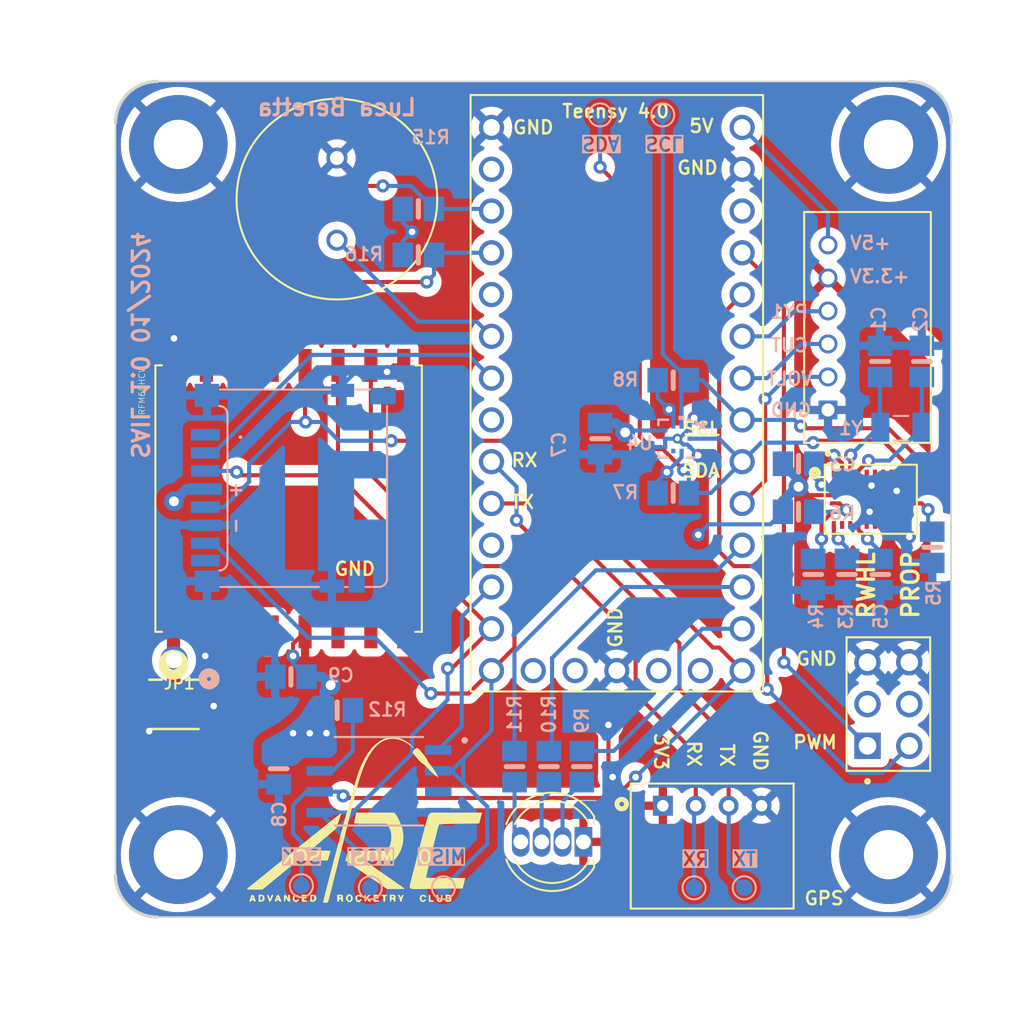
<source format=kicad_pcb>
(kicad_pcb (version 20221018) (generator pcbnew)
  (layers (0 "F.Cu" signal) (31 "B.Cu" signal) (34 "B.Paste" user) (35 "F.Paste" user) (36 "B.SilkS" user "B.Silkscreen") (37 "F.SilkS" user "F.Silkscreen") (38 "B.Mask" user) (39 "F.Mask" user) (44 "Edge.Cuts" user))
  (net 0 "")
  (net 1 "/BUZZER")
  (net 3 "Net-(U2-XIN32)")
  (net 4 "+3.3V")
  (net 5 "Net-(U2-XOUT32)")
  (net 6 "/SDA")
  (net 7 "Net-(U1-ANT)")
  (net 8 "/SCL")
  (net 9 "/MISO")
  (net 10 "/MOSI")
  (net 11 "/SCK")
  (net 12 "/PY1")
  (net 13 "/LEDRED")
  (net 14 "/LEDBLU")
  (net 15 "/LEDGRN")
  (net 16 "/VOLTAGE")
  (net 17 "Net-(U2-CAP)")
  (net 18 "/FLASH-CS")
  (net 19 "/RADIO_RST")
  (net 20 "/RADIO-CS")
  (net 21 "/TX")
  (net 22 "/RX")
  (net 24 "Net-(D1-RED)")
  (net 25 "Net-(D1-BLU)")
  (net 26 "Net-(D1-GRN)")
  (net 28 "Net-(U2-PS0)")
  (net 29 "Net-(U2-PS1)")
  (net 30 "Net-(U2-COM3{slash}I2C_ADDR)")
  (net 31 "Net-(U2-NBOOT_LOAD_PIN)")
  (net 32 "Net-(U5-HOLD(IO3))")
  (net 33 "/RWHEEL_IN")
  (net 34 "/PROP_IN")
  (net 46 "/SD-CS")
  (net 55 "GND")
  (net 56 "+5V")
  (net 57 "/PYROCUT")
  (footprint "CustomFootprintLib:RFMHCW_SMT" (layer "F.Cu") (at 88.378 56.983874 -90)
    (fp_text reference "U1" hide)
    (fp_text value "RFM69HCW")
  )
  (footprint "CustomFootprintLib:MODULE_DEV-15583" (layer "F.Cu") (at 108.332 50.928274)
    (fp_text reference "U6" hide)
    (fp_text value "DEV-15583" hide)
  )
  (footprint "CustomFootprintLib:1X01_ROUND" (layer "F.Cu") (at 81.407 66.802 180)
    (fp_text reference "JP1")
    (fp_text value "HEADER-1X1ROUND")
  )
  (footprint "MountingHole:MountingHole_3mm_Pad" (layer "F.Cu") (at 81.672 35.449274)
    (fp_text reference "H1" hide)
    (fp_text value "MountingHole_Pad")
  )
  (footprint "CustomFootprintLib:TE_440055-6_6POS_2MM" (layer "F.Cu") (at 121.172 51.593274 90)
    (fp_text reference "J3" hide)
    (fp_text value "440055-6_6POS_2MM")
  )
  (footprint "CustomFootprintLib:SULLINS_PPPC032LFBN-RC_2x3_header" (layer "F.Cu") (at 124.842 69.474274 -90)
    (fp_text reference "J2" hide)
    (fp_text value "PPPC032LFBN-RC" hide)
  )
  (footprint "CustomFootprintLib:LED_D5.0mm-4_RGB" (layer "F.Cu") (at 106.3 77.852274 180)
    (fp_text reference "D1" hide)
    (fp_text value "TRI-COLOR LED" hide)
  )
  (footprint "MountingHole:MountingHole_3mm_Pad" (layer "F.Cu") (at 124.852 78.629274)
    (fp_text reference "H4" hide)
    (fp_text value "MountingHole_Pad")
  )
  (footprint "MountingHole:MountingHole_3mm_Pad" (layer "F.Cu") (at 81.672 78.629274)
    (fp_text reference "H3" hide)
    (fp_text value "MountingHole_Pad")
  )
  (footprint "CustomFootprintLib:BUZZER_XDCR_PS1240P02BT" (layer "F.Cu") (at 91.314 38.776274 90)
    (fp_text reference "BZ1" hide)
    (fp_text value "PS1240P02BT" hide)
  )
  (footprint "CustomFootprintLib:JST_S4B-PH-K-S_LF__SN_" (layer "F.Cu") (at 114.131 75.656274)
    (fp_text reference "J4" hide)
    (fp_text value "S4B-PH-K-S" hide)
  )
  (footprint "CustomFootprintLib:CONN1_UFL-R_HIR" (layer "F.Cu") (at 81.407 69.088 180)
    (fp_text reference "J5" hide)
    (fp_text value "U.FL-R-SMT-1_10_" hide)
  )
  (footprint "CustomFootprintLib:BNO055_SMT" (layer "F.Cu") (at 123.77375 57.024274)
    (fp_text reference "U2" hide)
    (fp_text value "BNO055_SMT")
  )
  (footprint "MountingHole:MountingHole_3mm_Pad" (layer "F.Cu") (at 124.852 35.449274)
    (fp_text reference "H2" hide)
    (fp_text value "MountingHole_Pad" hide)
  )
  (footprint "Graphics:ARC_logo_black_15mm" (layer "F.Cu") (at 92.838 77.090274)
    (fp_text reference "G***" hide)
    (fp_text value "LOGO" hide)
  )
  (footprint "CustomFootprintLib:0805-NO-Resistor" (layer "B.Cu") (at 111.762 56.644548 180)
    (fp_text reference "R7")
    (fp_text value "10k" hide)
  )
  (footprint "CustomFootprintLib:0805-NO-Resistor" (layer "B.Cu") (at 96.266 42.164)
    (fp_text reference "R16")
    (fp_text value "10k")
  )
  (footprint "CustomFootprintLib:0805-NO (Capacitor)" (layer "B.Cu") (at 88.519 67.818)
    (fp_text reference "C9")
    (fp_text value "10 uF")
  )
  (footprint "CustomFootprintLib:W25Q64JVSSIQ" (layer "B.Cu") (at 93.869 74.168 180)
    (fp_text reference "U5" hide)
    (fp_text value "~" hide)
  )
  (footprint "CustomFootprintLib:0805-NO-Resistor" (layer "B.Cu") (at 127.508 59.944 90)
    (fp_text reference "R5")
    (fp_text value "10k" hide)
  )
  (footprint "CustomFootprintLib:MICROSD-HRS_DM3D" (layer "B.Cu") (at 94.362 55.754274 90)
    (fp_text reference "U3" hide)
    (fp_text value "MICROSD-HRS_DM3D" hide)
  )
  (footprint "CustomFootprintLib:0805-NO (Capacitor)" (layer "B.Cu") (at 87.773 73.406 -90)
    (fp_text reference "C8")
    (fp_text value "22 pF" hide)
  )
  (footprint "CustomFootprintLib:0805-NO-Resistor" (layer "B.Cu") (at 102.114 73.276548 -90)
    (fp_text reference "R11")
    (fp_text value "1")
  )
  (footprint "TestPoint:TestPoint_Pad_D1.0mm" (layer "B.Cu") (at 116.08 80.645 -90)
    (fp_text reference "TP4" hide)
    (fp_text value "TestPoint" hide)
  )
  (footprint "CustomFootprintLib:LGA10_BMP390_BOS" (layer "B.Cu") (at 112.016 53.342548 180)
    (fp_text reference "U4")
    (fp_text value "BMP390" hide)
  )
  (footprint "TestPoint:TestPoint_Pad_D1.0mm" (layer "B.Cu") (at 93.345 80.645 180)
    (fp_text reference "TP5" hide)
    (fp_text value "TestPoint" hide)
  )
  (footprint "TestPoint:TestPoint_Pad_D1.0mm" (layer "B.Cu") (at 107.315 33.655 180)
    (fp_text reference "TP1" hide)
    (fp_text value "TestPoint" hide)
  )
  (footprint "CustomFootprintLib:0805-NO-Resistor" (layer "B.Cu") (at 91.329 69.85 180)
    (fp_text reference "R12")
    (fp_text value "470" hide)
  )
  (footprint "CustomFootprintLib:0805-NO-Resistor" (layer "B.Cu") (at 120.269 61.595 90)
    (fp_text reference "R4")
    (fp_text value "10k" hide)
  )
  (footprint "CustomFootprintLib:0805-NO-Resistor" (layer "B.Cu") (at 106.202 73.276548 -90)
    (fp_text reference "R9")
    (fp_text value "40" hide)
  )
  (footprint "CustomFootprintLib:0805-NO-Resistor" (layer "B.Cu") (at 122.3245 61.595 90)
    (fp_text reference "R3")
    (fp_text value "10k" hide)
  )
  (footprint "CustomFootprintLib:0805-NO-Resistor" (layer "B.Cu") (at 111.762 49.786548 180)
    (fp_text reference "R8")
    (fp_text value "10k" hide)
  )
  (footprint "CustomFootprintLib:0805-NO-Resistor" (layer "B.Cu") (at 104.202 73.276548 -90)
    (fp_text reference "R10")
    (fp_text value "1" hide)
  )
  (footprint "TestPoint:TestPoint_Pad_D1.0mm" (layer "B.Cu") (at 89.154 80.518 180)
    (fp_text reference "TP7" hide)
    (fp_text value "TestPoint" hide)
  )
  (footprint "CustomFootprintLib:0805-NO-Resistor" (layer "B.Cu") (at 96.266 39.37)
    (fp_text reference "R15" hide)
    (fp_text value "10k")
  )
  (footprint "CustomFootprintLib:0805-NO (Capacitor)" (layer "B.Cu") (at 124.334 48.642274 -90)
    (fp_text reference "C1")
    (fp_text value "22 pF")
  )
  (footprint "TestPoint:TestPoint_Pad_D1.0mm" (layer "B.Cu") (at 111.125 33.655 180)
    (fp_text reference "TP2" hide)
    (fp_text value "TestPoint" hide)
  )
  (footprint "TestPoint:TestPoint_Pad_D1.0mm" (layer "B.Cu") (at 97.79 80.645 180)
    (fp_text reference "TP6" hide)
    (fp_text value "TestPoint" hide)
  )
  (footprint "CustomFootprintLib:0805-NO-Resistor" (layer "B.Cu") (at 119.38 57.785)
    (fp_text reference "R6")
    (fp_text value "10k")
  )
  (footprint "CustomFootprintLib:CRYSTAL_ECS-.327-12.5-34B-TR" (layer "B.Cu") (at 125.604 52.706274 180)
    (fp_text reference "Y1")
    (fp_text value "CRYSTAL_32.768kHz" hide)
  )
  (footprint "CustomFootprintLib:0805-NO (Capacitor)" (layer "B.Cu") (at 126.874 48.642274 -90)
    (fp_text reference "C2")
    (fp_text value "22 pF" hide)
  )
  (footprint "TestPoint:TestPoint_Pad_D1.0mm" (layer "B.Cu") (at 113.03 80.645 -90)
    (fp_text reference "TP3" hide)
    (fp_text value "TestPoint" hide)
  )
  (footprint "CustomFootprintLib:0805-NO (Capacitor)" (layer "B.Cu") (at 107.315 53.34 -90)
    (fp_text reference "C7")
    (fp_text value "100 nF" hide)
  )
  (footprint "CustomFootprintLib:0805-NO (Capacitor)" (layer "B.Cu") (at 124.3565 61.595 90)
    (fp_text reference "C5")
    (fp_text value "1 uF" hide)
  )
  (footprint "CustomFootprintLib:0805-NO (Capacitor)" (layer "B.Cu") (at 119.38 54.864 180)
    (fp_text reference "C3")
    (fp_text value "0.1 uF" hide)
  )
  (gr_arc (start 80.392 82.424274) (mid 78.595949 81.680325) (end 77.852 79.884274) (stroke (width 0.2)) (layer "Edge.Cuts"))
  (gr_line (start 128.652 79.884274) (end 128.652 34.164274) (stroke (width 0.1)) (layer "Edge.Cuts"))
  (gr_line (start 80.392 82.424274) (end 126.112 82.424274) (stroke (width 0.1)) (layer "Edge.Cuts"))
  (gr_arc (start 126.112 31.624274) (mid 127.908051 32.368223) (end 128.652 34.164274) (stroke (width 0.2)) (layer "Edge.Cuts"))
  (gr_line (start 126.112 31.624274) (end 80.392 31.624274) (stroke (width 0.1)) (layer "Edge.Cuts"))
  (gr_arc (start 77.852 34.164274) (mid 78.595949 32.368223) (end 80.392 31.624274) (stroke (width 0.2)) (layer "Edge.Cuts"))
  (gr_line (start 77.852 34.164274) (end 77.852 79.884274) (stroke (width 0.1)) (layer "Edge.Cuts"))
  (gr_arc (start 128.652 79.884274) (mid 127.908051 81.680325) (end 126.112 82.424274) (stroke (width 0.2)) (layer "Edge.Cuts"))
  (gr_text "SCL" (at 112.395 34.925 180) (layer "B.SilkS" knockout) (effects (font (size 0.8 0.8) (thickness 0.15) bold) (justify right bottom mirror)))
  (gr_text "MISO" (at 96.139 79.248) (layer "B.SilkS" knockout) (effects (font (size 0.8 0.8) (thickness 0.15) bold) (justify right bottom mirror)))
  (gr_text "RX" (at 112.268 79.375) (layer "B.SilkS" knockout) (effects (font (size 0.8 0.8) (thickness 0.15) bold) (justify right bottom mirror)))
  (gr_text "SDA" (at 108.585 34.925 180) (layer "B.SilkS" knockout) (effects (font (size 0.8 0.8) (thickness 0.15) bold) (justify right bottom mirror)))
  (gr_text "MOSI" (at 91.821 79.248) (layer "B.SilkS" knockout) (effects (font (size 0.8 0.8) (thickness 0.15) bold) (justify right bottom mirror)))
  (gr_text "TX" (at 115.316 79.375) (layer "B.SilkS" knockout) (effects (font (size 0.8 0.8) (thickness 0.15) bold) (justify right bottom mirror)))
  (gr_text "+3.3V" (at 122.428 43.942) (layer "B.SilkS") (effects (font (size 0.8 0.8) (thickness 0.15) bold) (justify right bottom mirror)))
  (gr_text "CUT" (at 117.602 48.133) (layer "B.SilkS") (effects (font (size 0.8 0.8) (thickness 0.15) bold) (justify right bottom mirror)))
  (gr_text "GND" (at 117.602 52.07) (layer "B.SilkS") (effects (font (size 0.8 0.8) (thickness 0.15) bold) (justify right bottom mirror)))
  (gr_text "SCK" (at 87.884 79.248) (layer "B.SilkS" knockout) (effects (font (size 0.8 0.8) (thickness 0.15) bold) (justify right bottom mirror)))
  (gr_text "R15" (at 95.759 34.545274) (layer "B.SilkS") (effects (font (size 0.8 0.8) (thickness 0.15) bold) (justify right top mirror)))
  (gr_text "VOLT" (at 117.348 50.165) (layer "B.SilkS") (effects (font (size 0.8 0.8) (thickness 0.15) bold) (justify right bottom mirror)))
  (gr_text "Luca Beretta" (at 86.361 33.783274) (layer "B.SilkS") (effects (font (size 1 1) (thickness 0.2) bold) (justify right bottom mirror)))
  (gr_text "+5V" (at 122.428 41.91) (layer "B.SilkS") (effects (font (size 0.8 0.8) (thickness 0.15) bold) (justify right bottom mirror)))
  (gr_text "SAIL 1.0 01/2024" (at 78.74 40.64 270) (layer "B.SilkS") (effects (font (size 1 1) (thickness 0.2) bold) (justify right bottom mirror)))
  (gr_text "PY1" (at 117.602 46.101) (layer "B.SilkS") (effects (font (size 0.8 0.8) (thickness 0.15) bold) (justify right bottom mirror)))
  (gr_text "Teensy 4.0" (at 111.6 33.9) (layer "F.SilkS") (effects (font (size 0.8 0.8) (thickness 0.15) bold) (justify right bottom)))
  (gr_text "RX" (at 103.6 55.118) (layer "F.SilkS") (effects (font (size 0.8 0.8) (thickness 0.15) bold) (justify right bottom)))
  (gr_text "RWHL" (at 124.08 64.390274 90) (layer "F.SilkS") (effects (font (size 1 1) (thickness 0.2) bold) (justify left bottom)))
  (gr_text "GND" (at 93.726 61.722) (layer "F.SilkS") (effects (font (size 0.8 0.8)) (justify right bottom)))
  (gr_text "SDA" (at 114.682 55.754274) (layer "F.SilkS") (effects (font (size 0.8 0.8) (thickness 0.15) bold) (justify right bottom)))
  (gr_text "RX" (at 112.559 73.370274 -90) (layer "F.SilkS") (effects (font (size 0.8 0.8) (thickness 0.15) bold) (justify right bottom)))
  (gr_text "GND" (at 121.794 67.184274) (layer "F.SilkS") (effects (font (size 0.8 0.8) (thickness 0.15) bold) (justify right bottom)))
  (gr_text "SCL" (at 114.682 53.214274) (layer "F.SilkS") (effects (font (size 0.8 0.8) (thickness 0.15) bold) (justify right bottom)))
  (gr_text "PROP" (at 126.7724 64.390274 90) (layer "F.SilkS") (effects (font (size 1 1) (thickness 0.2) bold) (justify left bottom)))
  (gr_text "TX" (at 114.559 73.370274 -90) (layer "F.SilkS") (effects (font (size 0.8 0.8) (thickness 0.15) bold) (justify right bottom)))
  (gr_text "5V" (at 114.3 34.798) (layer "F.SilkS") (effects (font (size 0.8 0.8) (thickness 0.15) bold) (justify right bottom)))
  (gr_text "GND" (at 116.587 73.624274 -90) (layer "F.SilkS") (effects (font (size 0.8 0.8) (thickness 0.15) bold) (justify right bottom)))
  (gr_text "PWM" (at 121.794 72.264274) (layer "F.SilkS") (effects (font (size 0.8 0.8) (thickness 0.15) bold) (justify right bottom)))
  (gr_text "TX" (at 103.378 57.658) (layer "F.SilkS") (effects (font (size 0.8 0.8) (thickness 0.15) bold) (justify right bottom)))
  (gr_text "3V3" (at 110.559 73.561666 -90) (layer "F.SilkS") (effects (font (size 0.8 0.8) (thickness 0.15) bold) (justify right bottom)))
  (gr_text "GPS" (at 122.211 81.752274) (layer "F.SilkS") (effects (font (size 0.8 0.8) (thickness 0.15) bold) (justify right bottom)))
  (gr_text "GND" (at 108.712 63.5 90) (layer "F.SilkS") (effects (font (size 0.8 0.8) (thickness 0.15) bold) (justify right bottom)))
  (gr_text "GND" (at 114.554 37.338) (layer "F.SilkS") (effects (font (size 0.8 0.8) (thickness 0.15) bold) (justify right bottom)))
  (segment (start 99.821726 46.228) (end 100.712 47.118274) (width 0.25) (layer "B.Cu") (net 1))
  (segment (start 96.265726 46.228) (end 99.821726 46.228) (width 0.25) (layer "B.Cu") (net 1))
  (segment (start 91.314 41.276274) (end 96.265726 46.228) (width 0.25) (layer "B.Cu") (net 1))
  (segment (start 122.52375 55.461774) (end 122.52375 54.365757) (width 0.25) (layer "F.Cu") (net 3))
  (segment (start 122.52375 54.365757) (end 122.555 54.334507) (width 0.25) (layer "F.Cu") (net 3))
  (via (at 122.555 54.334507) (size 0.8) (drill 0.4) (layers "F.Cu" "B.Cu") (net 3))
  (segment (start 124.354 52.706274) (end 124.183233 52.706274) (width 0.25) (layer "B.Cu") (net 3))
  (segment (start 124.334 52.686274) (end 124.354 52.706274) (width 0.25) (layer "B.Cu") (net 3))
  (segment (start 124.334 49.592274) (end 124.334 52.686274) (width 0.25) (layer "B.Cu") (net 3))
  (segment (start 124.183233 52.706274) (end 122.555 54.334507) (width 0.25) (layer "B.Cu") (net 3))
  (segment (start 122.02375 55.461774) (end 122.02375 54.84075) (width 0.25) (layer "F.Cu") (net 4))
  (segment (start 119.757781 56.774274) (end 119.266 56.282493) (width 0.25) (layer "F.Cu") (net 4))
  (segment (start 121.46125 56.774274) (end 119.757781 56.774274) (width 0.25) (layer "F.Cu") (net 4))
  (segment (start 88.646 65.815874) (end 89.378 65.083874) (width 0.25) (layer "F.Cu") (net 4))
  (segment (start 122.02375 54.84075) (end 121.539 54.356) (width 0.25) (layer "F.Cu") (net 4))
  (segment (start 88.646 66.548) (end 88.646 65.815874) (width 0.25) (layer "F.Cu") (net 4))
  (via (at 90.932 68.326) (size 1.2) (drill 0.6) (layers "F.Cu" "B.Cu") (net 4))
  (via (at 113.284 59.182) (size 0.8) (drill 0.4) (layers "F.Cu" "B.Cu") (net 4))
  (via (at 111.373091 55.374548) (size 0.8) (drill 0.4) (layers "F.Cu" "B.Cu") (net 4))
  (via (at 121.539 54.356) (size 0.8) (drill 0.4) (layers "F.Cu" "B.Cu") (net 4))
  (via (at 88.646 66.548) (size 0.8) (drill 0.4) (layers "F.Cu" "B.Cu") (net 4))
  (via (at 95.885 40.767) (size 0.8) (drill 0.4) (layers "F.Cu" "B.Cu") (net 4))
  (via (at 108.839 52.959) (size 1.2) (drill 0.6) (layers "F.Cu" "B.Cu") (net 4))
  (via (at 90.678 71.247) (size 0.8) (drill 0.4) (layers "F.Cu" "B.Cu") (net 4))
  (via (at 88.646 71.247) (size 0.8) (drill 0.4) (layers "F.Cu" "B.Cu") (net 4))
  (via (at 81.407 57.15) (size 1.2) (drill 0.6) (layers "F.Cu" "B.Cu") (net 4))
  (via (at 89.662 71.247) (size 0.8) (drill 0.4) (layers "F.Cu" "B.Cu") (net 4))
  (via (at 111.506 51.562) (size 0.8) (drill 0.4) (layers "F.Cu" "B.Cu") (net 4))
  (via (at 119.38 56.261) (size 1.2) (drill 0.6) (layers "F.Cu" "B.Cu") (net 4))
  (segment (start 112.266063 54.481576) (end 111.373091 55.374548) (width 0.25) (layer "B.Cu") (net 4))
  (segment (start 95.316 41.336) (end 95.885 40.767) (width 0.25) (layer "B.Cu") (net 4))
  (segment (start 90.551 69.678) (end 90.379 69.85) (width 0.6) (layer "B.Cu") (net 4))
  (segment (start 95.316 40.198) (end 95.885 40.767) (width 0.25) (layer "B.Cu") (net 4))
  (segment (start 108.272548 52.392548) (end 108.839 52.959) (width 0.6) (layer "B.Cu") (net 4))
  (segment (start 88.646 66.548) (end 88.646 66.995) (width 0.25) (layer "B.Cu") (net 4))
  (segment (start 113.284 59.182) (end 113.919798 58.546202) (width 0.25) (layer "B.Cu") (net 4))
  (segment (start 111.765937 52.593248) (end 111.765937 51.821937) (width 0.25) (layer "B.Cu") (net 4))
  (segment (start 90.551 68.707) (end 90.551 69.678) (width 0.6) (layer "B.Cu") (net 4))
  (segment (start 110.812 55.935639) (end 111.373091 55.374548) (width 0.25) (layer "B.Cu") (net 4))
  (segment (start 82.152726 56.404274) (end 83.312 56.404274) (width 0.6) (layer "B.Cu") (net 4))
  (segment (start 118.43 57.118493) (end 119.266 56.282493) (width 0.6) (layer "B.Cu") (net 4))
  (segment (start 95.316 39.37) (end 95.316 40.198) (width 0.25) (layer "B.Cu") (net 4))
  (segment (start 113.919798 58.546202) (end 117.668798 58.546202) (width 0.25) (layer "B.Cu") (net 4))
  (segment (start 110.812 50.868) (end 111.506 51.562) (width 0.25) (layer "B.Cu") (net 4))
  (segment (start 112.266063 54.091848) (end 112.266063 54.481576) (width 0.25) (layer "B.Cu") (net 4))
  (segment (start 89.469 67.818) (end 90.424 67.818) (width 0.6) (layer "B.Cu") (net 4))
  (segment (start 90.424 67.818) (end 90.932 68.326) (width 0.6) (layer "B.Cu") (net 4))
  (segment (start 108.955578 52.842422) (end 108.839 52.959) (width 0.25) (layer "B.Cu") (net 4))
  (segment (start 119.266 55.7) (end 119.266 56.282493) (width 0.6) (layer "B.Cu") (net 4))
  (segment (start 111.765937 51.821937) (end 111.506 51.562) (width 0.25) (layer "B.Cu") (net 4))
  (segment (start 95.316 42.164) (end 95.316 41.336) (width 0.25) (layer "B.Cu") (net 4))
  (segment (start 90.932 68.326) (end 90.551 68.707) (width 0.6) (layer "B.Cu") (net 4))
  (segment (start 117.668798 58.546202) (end 118.43 57.785) (width 0.25) (layer "B.Cu") (net 4))
  (segment (start 118.43 54.864) (end 119.266 55.7) (width 0.6) (layer "B.Cu") (net 4))
  (segment (start 111.2667 52.842422) (end 108.955578 52.842422) (width 0.25) (layer "B.Cu") (net 4))
  (segment (start 107.698 52.392548) (end 108.272548 52.392548) (width 0.6) (layer "B.Cu") (net 4))
  (segment (start 110.812 56.644548) (end 110.812 55.935639) (width 0.25) (layer "B.Cu") (net 4))
  (segment (start 88.646 66.995) (end 89.469 67.818) (width 0.25) (layer "B.Cu") (net 4))
  (segment (start 118.43 57.785) (end 118.43 57.118493) (width 0.6) (layer "B.Cu") (net 4))
  (segment (start 81.407 57.15) (end 82.152726 56.404274) (width 0.6) (layer "B.Cu") (net 4))
  (segment (start 110.812 49.786548) (end 110.812 50.868) (width 0.25) (layer "B.Cu") (net 4))
  (segment (start 123.02375 55.281) (end 123.63288 54.67187) (width 0.25) (layer "F.Cu") (net 5))
  (segment (start 123.02375 55.461774) (end 123.02375 55.281) (width 0.25) (layer "F.Cu") (net 5))
  (via (at 123.63288 54.67187) (size 0.8) (drill 0.4) (layers "F.Cu" "B.Cu") (net 5))
  (segment (start 126.854 52.706274) (end 124.888404 54.67187) (width 0.25) (layer "B.Cu") (net 5))
  (segment (start 124.888404 54.67187) (end 123.63288 54.67187) (width 0.25) (layer "B.Cu") (net 5))
  (segment (start 126.874 52.686274) (end 126.854 52.706274) (width 0.25) (layer "B.Cu") (net 5))
  (segment (start 126.874 49.592274) (end 126.874 52.686274) (width 0.25) (layer "B.Cu") (net 5))
  (segment (start 126.02375 55.461774) (end 126.02375 54.974274) (width 0.25) (layer "F.Cu") (net 6))
  (segment (start 111.125 53.975) (end 110.49 53.975) (width 0.25) (layer "F.Cu") (net 6))
  (segment (start 120.384103 53.467) (end 120.269 53.582103) (width 0.25) (layer "F.Cu") (net 6))
  (segment (start 109.728 39.243) (end 107.315 36.83) (width 0.25) (layer "F.Cu") (net 6))
  (segment (start 110.49 53.975) (end 109.728 53.213) (width 0.25) (layer "F.Cu") (net 6))
  (segment (start 124.516476 53.467) (end 120.384103 53.467) (width 0.25) (layer "F.Cu") (net 6))
  (segment (start 109.728 53.213) (end 109.728 39.243) (width 0.25) (layer "F.Cu") (net 6))
  (segment (start 126.02375 54.974274) (end 124.516476 53.467) (width 0.25) (layer "F.Cu") (net 6))
  (segment (start 112.395 55.245) (end 111.125 53.975) (width 0.25) (layer "F.Cu") (net 6))
  (via (at 112.395 55.245) (size 0.8) (drill 0.4) (layers "F.Cu" "B.Cu") (net 6))
  (via (at 120.269 53.582103) (size 0.8) (drill 0.4) (layers "F.Cu" "B.Cu") (net 6))
  (via (at 107.315 36.83) (size 0.8) (drill 0.4) (layers "F.Cu" "B.Cu") (net 6))
  (segment (start 115.952 54.738274) (end 117.108171 53.582103) (width 0.25) (layer "B.Cu") (net 6))
  (segment (start 115.698274 54.484274) (end 115.824 54.61) (width 0.25) (layer "B.Cu") (net 6))
  (segment (start 117.108171 53.582103) (end 120.269 53.582103) (width 0.25) (layer "B.Cu") (net 6))
  (segment (start 112.712 56.644548) (end 114.045726 56.644548) (width 0.25) (layer "B.Cu") (net 6))
  (segment (start 112.712 56.644548) (end 112.712 55.562) (width 0.25) (layer "B.Cu") (net 6))
  (segment (start 114.045726 56.644548) (end 115.952 54.738274) (width 0.25) (layer "B.Cu") (net 6))
  (segment (start 112.712 55.562) (end 112.395 55.245) (width 0.25) (layer "B.Cu") (net 6))
  (segment (start 114.556274 53.342548) (end 115.952 54.738274) (width 0.25) (layer "B.Cu") (net 6))
  (segment (start 107.315 36.83) (end 107.315 33.655) (width 0.25) (layer "B.Cu") (net 6))
  (segment (start 115.444 55.246274) (end 115.952 55.246274) (width 0.25) (layer "B.Cu") (net 6))
  (segment (start 112.7653 53.342548) (end 114.556274 53.342548) (width 0.25) (layer "B.Cu") (net 6))
  (segment (start 119.634 52.705) (end 119.507 52.578) (width 0.25) (layer "F.Cu") (net 8))
  (segment (start 126.746 55.614524) (end 126.746 54.61) (width 0.25) (layer "F.Cu") (net 8))
  (segment (start 124.841 52.705) (end 119.634 52.705) (width 0.25) (layer "F.Cu") (net 8))
  (segment (start 126.08625 56.274274) (end 126.746 55.614524) (width 0.25) (layer "F.Cu") (net 8))
  (segment (start 126.746 54.61) (end 124.841 52.705) (width 0.25) (layer "F.Cu") (net 8))
  (via (at 119.507 52.578) (size 0.8) (drill 0.4) (layers "F.Cu" "B.Cu") (net 8))
  (segment (start 113.540274 49.786548) (end 115.952 52.198274) (width 0.25) (layer "B.Cu") (net 8))
  (segment (start 111.125 48.199548) (end 111.125 33.655) (width 0.25) (layer "B.Cu") (net 8))
  (segment (start 119.127274 52.198274) (end 119.507 52.578) (width 0.25) (layer "B.Cu") (net 8))
  (segment (start 112.712 49.786548) (end 113.540274 49.786548) (width 0.25) (layer "B.Cu") (net 8))
  (segment (start 112.712 49.786548) (end 111.125 48.199548) (width 0.25) (layer "B.Cu") (net 8))
  (segment (start 112.266063 52.593248) (end 112.266063 50.232485) (width 0.25) (layer "B.Cu") (net 8))
  (segment (start 112.266063 50.232485) (end 112.712 49.786548) (width 0.25) (layer "B.Cu") (net 8))
  (segment (start 115.952 52.198274) (end 119.127274 52.198274) (width 0.25) (layer "B.Cu") (net 8))
  (segment (start 100.712 67.438274) (end 102.108 66.042274) (width 0.25) (layer "F.Cu") (net 9))
  (segment (start 102.108 66.042274) (end 102.108 61.722) (width 0.25) (layer "F.Cu") (net 9))
  (segment (start 102.108 61.722) (end 101.473 61.087) (width 0.25) (layer "F.Cu") (net 9))
  (segment (start 99.316274 68.834) (end 100.712 67.438274) (width 0.25) (layer "F.Cu") (net 9))
  (segment (start 101.473 61.087) (end 98.933 61.087) (width 0.25) (layer "F.Cu") (net 9))
  (segment (start 93.378 55.532) (end 93.378 48.883874) (width 0.25) (layer "F.Cu") (net 9))
  (segment (start 98.933 61.087) (end 93.378 55.532) (width 0.25) (layer "F.Cu") (net 9))
  (segment (start 97.028 68.834) (end 99.316274 68.834) (width 0.25) (layer "F.Cu") (net 9))
  (via (at 97.028 68.834) (size 0.8) (drill 0.4) (layers "F.Cu" "B.Cu") (net 9))
  (segment (start 83.312 59.704274) (end 83.837 59.704274) (width 0.25) (layer "B.Cu") (net 9))
  (segment (start 98.986999 74.241001) (end 98.278999 73.533) (width 0.25) (layer "B.Cu") (net 9))
  (segment (start 98.278999 73.533) (end 97.474 73.533) (width 0.25) (layer "B.Cu") (net 9))
  (segment (start 89.578726 65.446) (end 93.64 65.446) (width 0.25) (layer "B.Cu") (net 9))
  (segment (start 98.986999 72.824999) (end 100.712 71.099999) (width 0.25) (layer "B.Cu") (net 9))
  (segment (start 100.457 77.978) (end 100.457 77.343) (width 0.25) (layer "B.Cu") (net 9))
  (segment (start 83.837 59.704274) (end 89.578726 65.446) (width 0.25) (layer "B.Cu") (net 9))
  (segment (start 97.79 80.645) (end 100.457 77.978) (width 0.25) (layer "B.Cu") (net 9))
  (segment (start 98.278999 73.533) (end 98.986999 72.824999) (width 0.25) (layer "B.Cu") (net 9))
  (segment (start 100.457 77.343) (end 100.457 75.711001) (width 0.25) (layer "B.Cu") (net 9))
  (segment (start 100.457 75.711001) (end 98.986999 74.241001) (width 0.25) (layer "B.Cu") (net 9))
  (segment (start 93.64 65.446) (end 97.028 68.834) (width 0.25) (layer "B.Cu") (net 9))
  (segment (start 98.986999 72.824999) (end 98.986999 74.241001) (width 0.25) (layer "B.Cu") (net 9))
  (segment (start 100.712 71.099999) (end 100.712 67.438274) (width 0.25) (layer "B.Cu") (net 9))
  (segment (start 91.378 55.564274) (end 100.712 64.898274) (width 0.25) (layer "F.Cu") (net 10))
  (segment (start 98.300274 67.31) (end 98.044 67.31) (width 0.25) (layer "F.Cu") (net 10))
  (segment (start 91.378 55.564274) (end 85.409274 55.564274) (width 0.25) (layer "F.Cu") (net 10))
  (segment (start 85.409274 55.564274) (end 85.217 55.372) (width 0.25) (layer "F.Cu") (net 10))
  (segment (start 100.712 64.898274) (end 98.300274 67.31) (width 0.25) (layer "F.Cu") (net 10))
  (segment (start 91.378 48.883874) (end 91.378 55.564274) (width 0.25) (layer "F.Cu") (net 10))
  (via (at 85.217 55.372) (size 0.8) (drill 0.4) (layers "F.Cu" "B.Cu") (net 10))
  (via (at 98.044 67.31) (size 0.8) (drill 0.4) (layers "F.Cu" "B.Cu") (net 10))
  (segment (start 93.345 80.645) (end 93.345 79.154) (width 0.25) (layer "B.Cu") (net 10))
  (segment (start 83.312 55.304274) (end 85.149274 55.304274) (width 0.25) (layer "B.Cu") (net 10))
  (segment (start 91.2965 77.1055) (end 90.264 76.073) (width 0.25) (layer "B.Cu") (net 10))
  (segment (start 95.885 71.374) (end 98.044 69.215) (width 0.25) (layer "B.Cu") (net 10))
  (segment (start 98.044 69.215) (end 98.044 67.31) (width 0.25) (layer "B.Cu") (net 10))
  (segment (start 92.273458 76.128542) (end 91.2965 77.1055) (width 0.25) (layer "B.Cu") (net 10))
  (segment (start 92.273458 76.073) (end 95.885 72.461458) (width 0.25) (layer "B.Cu") (net 10))
  (segment (start 95.885 72.461458) (end 95.885 71.374) (width 0.25) (layer "B.Cu") (net 10))
  (segment (start 92.273458 76.073) (end 92.273458 76.128542) (width 0.25) (layer "B.Cu") (net 10))
  (segment (start 90.264 76.073) (end 92.273458 76.073) (width 0.25) (layer "B.Cu") (net 10))
  (segment (start 85.149274 55.304274) (end 85.217 55.372) (width 0.25) (layer "B.Cu") (net 10))
  (segment (start 93.345 79.154) (end 91.2965 77.1055) (width 0.25) (layer "B.Cu") (net 10))
  (segment (start 89.378 48.883874) (end 89.378 52.294) (width 0.25) (layer "F.Cu") (net 11))
  (segment (start 109.475137 73.915137) (end 108.206266 75.184008) (width 0.25) (layer "F.Cu") (net 11))
  (segment (start 114.553726 66.04) (end 114.173 66.04) (width 0.25) (layer "F.Cu") (net 11))
  (segment (start 114.173 66.04) (end 101.6 53.467) (width 0.25) (layer "F.Cu") (net 11))
  (segment (start 89.378 52.294) (end 89.408 52.324) (width 0.25) (layer "F.Cu") (net 11))
  (segment (start 101.6 53.467) (end 94.615 53.467) (width 0.25) (layer "F.Cu") (net 11))
  (segment (start 108.206266 75.184008) (end 91.821008 75.184008) (width 0.25) (layer "F.Cu") (net 11))
  (segment (start 91.821008 75.184008) (end 91.694 75.057) (width 0.25) (layer "F.Cu") (net 11))
  (segment (start 115.952 67.438274) (end 114.553726 66.04) (width 0.25) (layer "F.Cu") (net 11))
  (via (at 89.408 52.324) (size 0.8) (drill 0.4) (layers "F.Cu" "B.Cu") (net 11))
  (via (at 109.475137 73.915137) (size 0.8) (drill 0.4) (layers "F.Cu" "B.Cu") (net 11))
  (via (at 94.615 53.467) (size 0.8) (drill 0.4) (layers "F.Cu" "B.Cu") (net 11))
  (via (at 91.694 75.057) (size 0.8) (drill 0.4) (layers "F.Cu" "B.Cu") (net 11))
  (segment (start 90.264 74.803) (end 91.44 74.803) (width 0.25) (layer "B.Cu") (net 11))
  (segment (start 88.646 77.343) (end 88.646 75.616001) (width 0.25) (layer "B.Cu") (net 11))
  (segment (start 88.646 75.616001) (end 89.459001 74.803) (width 0.25) (layer "B.Cu") (net 11))
  (segment (start 91.44 74.803) (end 91.694 75.057) (width 0.25) (layer "B.Cu") (net 11))
  (segment (start 94.615 53.467) (end 91.44 53.467) (width 0.25) (layer "B.Cu") (net 11))
  (segment (start 85.979 55.962274) (end 85.979 54.864) (width 0.25) (layer "B.Cu") (net 11))
  (segment (start 89.154 80.518) (end 89.154 77.851) (width 0.25) (layer "B.Cu") (net 11))
  (segment (start 89.154 77.851) (end 88.646 77.343) (width 0.25) (layer "B.Cu") (net 11))
  (segment (start 91.44 53.467) (end 90.297 52.324) (width 0.25) (layer "B.Cu") (net 11))
  (segment (start 88.519 52.324) (end 89.408 52.324) (width 0.25) (layer "B.Cu") (net 11))
  (segment (start 115.952 67.438274) (end 109.475137 73.915137) (width 0.25) (layer "B.Cu") (net 11))
  (segment (start 84.437 57.504274) (end 85.979 55.962274) (width 0.25) (layer "B.Cu") (net 11))
  (segment (start 89.459001 74.803) (end 90.264 74.803) (width 0.25) (layer "B.Cu") (net 11))
  (segment (start 83.312 57.504274) (end 84.437 57.504274) (width 0.25) (layer "B.Cu") (net 11))
  (segment (start 90.297 52.324) (end 89.408 52.324) (width 0.25) (layer "B.Cu") (net 11))
  (segment (start 85.979 54.864) (end 88.519 52.324) (width 0.25) (layer "B.Cu") (net 11))
  (segment (start 117.600726 47.118274) (end 119.126 45.593) (width 0.25) (layer "B.Cu") (net 12))
  (segment (start 115.952 47.118274) (end 117.600726 47.118274) (width 0.25) (layer "B.Cu") (net 12))
  (segment (start 119.126 45.593) (end 121.152274 45.593) (width 0.25) (layer "B.Cu") (net 12))
  (segment (start 121.152274 45.593) (end 121.172 45.573274) (width 0.25) (layer "B.Cu") (net 12))
  (segment (start 112.141 68.326) (end 112.141 66.294) (width 0.25) (layer "B.Cu") (net 13))
  (segment (start 108.140452 72.326548) (end 112.141 68.326) (width 0.25) (layer "B.Cu") (net 13))
  (segment (start 106.202 72.326548) (end 108.140452 72.326548) (width 0.25) (layer "B.Cu") (net 13))
  (segment (start 112.141 66.294) (end 113.536726 64.898274) (width 0.25) (layer "B.Cu") (net 13))
  (segment (start 113.536726 64.898274) (end 115.952 64.898274) (width 0.25) (layer "B.Cu") (net 13))
  (segment (start 108.710726 62.358274) (end 115.952 62.358274) (width 0.25) (layer "B.Cu") (net 14))
  (segment (start 104.202 72.326548) (end 104.394 72.134548) (width 0.25) (layer "B.Cu") (net 14))
  (segment (start 104.394 66.675) (end 108.710726 62.358274) (width 0.25) (layer "B.Cu") (net 14))
  (segment (start 104.394 72.134548) (end 104.394 66.675) (width 0.25) (layer "B.Cu") (net 14))
  (segment (start 114.429274 61.341) (end 115.952 59.818274) (width 0.25) (layer "B.Cu") (net 15))
  (segment (start 102.108 66.294) (end 107.061 61.341) (width 0.25) (layer "B.Cu") (net 15))
  (segment (start 107.061 61.341) (end 114.429274 61.341) (width 0.25) (layer "B.Cu") (net 15))
  (segment (start 102.114 72.326548) (end 102.108 72.320548) (width 0.25) (layer "B.Cu") (net 15))
  (segment (start 102.108 72.320548) (end 102.108 66.294) (width 0.25) (layer "B.Cu") (net 15))
  (segment (start 117.348 55.882274) (end 117.348 50.927) (width 0.25) (layer "F.Cu") (net 16))
  (segment (start 115.952 57.278274) (end 117.348 55.882274) (width 0.25) (layer "F.Cu") (net 16))
  (via (at 117.348 50.927) (size 0.8) (drill 0.4) (layers "F.Cu" "B.Cu") (net 16))
  (segment (start 121.172 49.586274) (end 118.688726 49.586274) (width 0.25) (layer "B.Cu") (net 16))
  (segment (start 118.688726 49.586274) (end 117.348 50.927) (width 0.25) (layer "B.Cu") (net 16))
  (segment (start 123.02375 58.586774) (end 123.02375 58.88875) (width 0.25) (layer "F.Cu") (net 17))
  (segment (start 123.02375 58.88875) (end 123.571 59.436) (width 0.25) (layer "F.Cu") (net 17))
  (via (at 123.571 59.436) (size 0.8) (drill 0.4) (layers "F.Cu" "B.Cu") (net 17))
  (segment (start 124.3565 60.2215) (end 123.571 59.436) (width 0.25) (layer "B.Cu") (net 17))
  (segment (start 124.3565 60.645) (end 124.3565 60.2215) (width 0.25) (layer "B.Cu") (net 17))
  (segment (start 98.902 70.835) (end 98.902 64.168274) (width 0.25) (layer "B.Cu") (net 18))
  (segment (start 98.902 64.168274) (end 100.712 62.358274) (width 0.25) (layer "B.Cu") (net 18))
  (segment (start 97.474 72.263) (end 98.902 70.835) (width 0.25) (layer "B.Cu") (net 18))
  (segment (start 92.075 37.973) (end 94.107004 37.973) (width 0.25) (layer "F.Cu") (net 19))
  (segment (start 85.378 48.883874) (end 85.378 44.67) (width 0.25) (layer "F.Cu") (net 19))
  (segment (start 85.378 44.67) (end 92.075 37.973) (width 0.25) (layer "F.Cu") (net 19))
  (via (at 94.107004 37.973) (size 0.8) (drill 0.4) (layers "F.Cu" "B.Cu") (net 19))
  (segment (start 97.216 39.37) (end 95.819 37.973) (width 0.25) (layer "B.Cu") (net 19))
  (segment (start 100.583726 39.37) (end 100.712 39.498274) (width 0.25) (layer "B.Cu") (net 19))
  (segment (start 95.819 37.973) (end 94.107004 37.973) (width 0.25) (layer "B.Cu") (net 19))
  (segment (start 97.216 39.37) (end 100.583726 39.37) (width 0.25) (layer "B.Cu") (net 19))
  (segment (start 87.378 47.877) (end 87.378 48.883874) (width 0.25) (layer "F.Cu") (net 20))
  (segment (start 91.44 43.815) (end 87.378 47.877) (width 0.25) (layer "F.Cu") (net 20))
  (segment (start 96.774 43.815) (end 91.44 43.815) (width 0.25) (layer "F.Cu") (net 20))
  (via (at 96.774 43.815) (size 0.8) (drill 0.4) (layers "F.Cu" "B.Cu") (net 20))
  (segment (start 100.712 42.038274) (end 97.341726 42.038274) (width 0.25) (layer "B.Cu") (net 20))
  (segment (start 97.341726 42.038274) (end 97.216 42.164) (width 0.25) (layer "B.Cu") (net 20))
  (segment (start 97.216 43.373) (end 96.774 43.815) (width 0.25) (layer "B.Cu") (net 20))
  (segment (start 97.216 42.164) (end 97.216 43.373) (width 0.25) (layer "B.Cu") (net 20))
  (segment (start 115.131 71.57) (end 112.141 68.58) (width 0.25) (layer "F.Cu") (net 21))
  (segment (start 115.131 75.656274) (end 115.131 71.57) (width 0.25) (layer "F.Cu") (net 21))
  (segment (start 112.141 65.786) (end 103.633274 57.278274) (width 0.25) (layer "F.Cu") (net 21))
  (segment (start 112.141 68.58) (end 112.141 65.786) (width 0.25) (layer "F.Cu") (net 21))
  (segment (start 103.633274 57.278274) (end 100.712 57.278274) (width 0.25) (layer "F.Cu") (net 21))
  (segment (start 115.131 79.696) (end 116.08 80.645) (width 0.25) (layer "B.Cu") (net 21))
  (segment (start 115.131 75.656274) (end 115.131 79.696) (width 0.25) (layer "B.Cu") (net 21))
  (segment (start 113.131 75.656274) (end 113.131 72.491) (width 0.25) (layer "F.Cu") (net 22))
  (segment (start 113.131 72.491) (end 109.474 68.834) (width 0.25) (layer "F.Cu") (net 22))
  (segment (start 102.235 58.3565) (end 102.235 58.293) (width 0.25) (layer "F.Cu") (net 22))
  (segment (start 109.474 68.834) (end 109.474 65.5955) (width 0.25) (layer "F.Cu") (net 22))
  (segment (start 109.474 65.5955) (end 102.235 58.3565) (width 0.25) (layer "F.Cu") (net 22))
  (via (at 102.235 58.293) (size 0.8) (drill 0.4) (layers "F.Cu" "B.Cu") (net 22))
  (segment (start 102.235 58.293) (end 102.235 56.261274) (width 0.25) (layer "B.Cu") (net 22))
  (segment (start 113.03 75.757274) (end 113.131 75.656274) (width 0.25) (layer "B.Cu") (net 22))
  (segment (start 113.03 80.645) (end 113.03 75.757274) (width 0.25) (layer "B.Cu") (net 22))
  (segment (start 102.235 56.261274) (end 100.712 54.738274) (width 0.25) (layer "B.Cu") (net 22))
  (segment (start 105.03 75.398548) (end 105.03 77.852274) (width 0.25) (layer "B.Cu") (net 24))
  (segment (start 106.202 74.226548) (end 105.03 75.398548) (width 0.25) (layer "B.Cu") (net 24))
  (segment (start 104.202 74.226548) (end 104.202 74.868) (width 0.25) (layer "B.Cu") (net 25))
  (segment (start 104.202 74.868) (end 103.76 75.31) (width 0.25) (layer "B.Cu") (net 25))
  (segment (start 103.76 75.31) (end 103.76 77.852274) (width 0.25) (layer "B.Cu") (net 25))
  (segment (start 102.114 74.226548) (end 102.114 77.476274) (width 0.25) (layer "B.Cu") (net 26))
  (segment (start 102.114 77.476274) (end 102.49 77.852274) (width 0.25) (layer "B.Cu") (net 26))
  (segment (start 121.52375 59.16675) (end 121.793 59.436) (width 0.25) (layer "F.Cu") (net 28))
  (segment (start 121.52375 58.586774) (end 121.52375 59.16675) (width 0.25) (layer "F.Cu") (net 28))
  (via (at 121.793 59.436) (size 0.8) (drill 0.4) (layers "F.Cu" "B.Cu") (net 28))
  (segment (start 122.3245 60.645) (end 122.3245 59.9675) (width 0.25) (layer "B.Cu") (net 28))
  (segment (start 122.3245 59.9675) (end 121.793 59.436) (width 0.25) (layer "B.Cu") (net 28))
  (segment (start 120.777 58.458524) (end 120.777 59.436) (width 0.25) (layer "F.Cu") (net 29))
  (segment (start 121.46125 57.774274) (end 120.777 58.458524) (width 0.25) (layer "F.Cu") (net 29))
  (via (at 120.777 59.436) (size 0.8) (drill 0.4) (layers "F.Cu" "B.Cu") (net 29))
  (segment (start 120.777 60.137) (end 120.269 60.645) (width 0.25) (layer "B.Cu") (net 29))
  (segment (start 120.777 59.436) (end 120.777 60.137) (width 0.25) (layer "B.Cu") (net 29))
  (segment (start 126.08625 57.274274) (end 126.870274 57.274274) (width 0.25) (layer "F.Cu") (net 30))
  (segment (start 126.870274 57.274274) (end 127.254 57.658) (width 0.25) (layer "F.Cu") (net 30))
  (via (at 127.254 57.658) (size 0.8) (drill 0.4) (layers "F.Cu" "B.Cu") (net 30))
  (segment (start 127.254 58.74) (end 127.508 58.994) (width 0.25) (layer "B.Cu") (net 30))
  (segment (start 127.254 57.658) (end 127.254 58.74) (width 0.25) (layer "B.Cu") (net 30))
  (segment (start 121.46125 57.274274) (end 121.872331 57.274274) (width 0.25) (layer "F.Cu") (net 31))
  (segment (start 121.872331 57.274274) (end 122.279507 57.68145) (width 0.25) (layer "F.Cu") (net 31))
  (via (at 122.279507 57.68145) (size 0.8) (drill 0.4) (layers "F.Cu" "B.Cu") (net 31))
  (segment (start 122.175957 57.785) (end 122.279507 57.68145) (width 0.25) (layer "B.Cu") (net 31))
  (segment (start 120.33 57.785) (end 122.175957 57.785) (width 0.25) (layer "B.Cu") (net 31))
  (segment (start 90.264 73.533) (end 91.068999 73.533) (width 0.25) (layer "B.Cu") (net 32))
  (segment (start 91.068999 73.533) (end 92.279 72.322999) (width 0.25) (layer "B.Cu") (net 32))
  (segment (start 92.279 72.322999) (end 92.279 69.85) (width 0.25) (layer "B.Cu") (net 32))
  (segment (start 118.491 44.577274) (end 118.491 66.933274) (width 0.25) (layer "F.Cu") (net 33))
  (segment (start 115.952 42.038274) (end 118.491 44.577274) (width 0.25) (layer "F.Cu") (net 33))
  (via (at 118.491 66.933274) (size 0.8) (drill 0.4) (layers "F.Cu" "B.Cu") (net 33))
  (segment (start 123.572 72.014274) (end 118.491 66.933274) (width 0.25) (layer "B.Cu") (net 33))
  (segment (start 114.554 60.198) (end 115.443 61.087) (width 0.25) (layer "F.Cu") (net 34))
  (segment (start 115.952 44.578274) (end 114.554 45.976274) (width 0.25) (layer "F.Cu") (net 34))
  (segment (start 116.84 61.087) (end 117.475 61.722) (width 0.25) (layer "F.Cu") (net 34))
  (segment (start 115.443 61.087) (end 116.84 61.087) (width 0.25) (layer "F.Cu") (net 34))
  (segment (start 114.554 45.976274) (end 114.554 60.198) (width 0.25) (layer "F.Cu") (net 34))
  (segment (start 117.475 61.722) (end 117.475 68.58) (width 0.25) (layer "F.Cu") (net 34))
  (via (at 117.475 68.58) (size 0.8) (drill 0.4) (layers "F.Cu" "B.Cu") (net 34))
  (segment (start 122.555 73.66) (end 117.475 68.58) (width 0.25) (layer "B.Cu") (net 34))
  (segment (start 124.466274 73.66) (end 122.555 73.66) (width 0.25) (layer "B.Cu") (net 34))
  (segment (start 126.112 72.014274) (end 124.466274 73.66) (width 0.25) (layer "B.Cu") (net 34))
  (segment (start 89.794274 48.247) (end 83.837 54.204274) (width 0.25) (layer "B.Cu") (net 46))
  (segment (start 99.300726 48.247) (end 89.794274 48.247) (width 0.25) (layer "B.Cu") (net 46))
  (segment (start 83.837 54.204274) (end 83.312 54.204274) (width 0.25) (layer "B.Cu") (net 46))
  (segment (start 100.712 49.658274) (end 99.300726 48.247) (width 0.25) (layer "B.Cu") (net 46))
  (segment (start 126.02375 59.22175) (end 126.111 59.309) (width 0.25) (layer "F.Cu") (net 55))
  (segment (start 123.52375 55.900284) (end 123.52375 55.461774) (width 0.25) (layer "F.Cu") (net 55))
  (segment (start 79.922 71.096) (end 79.898 71.12) (width 0.25) (layer "F.Cu") (net 55))
  (segment (start 126.02375 58.586774) (end 126.02375 59.22175) (width 0.25) (layer "F.Cu") (net 55))
  (segment (start 81.378 47.274) (end 81.408 47.244) (width 0.25) (layer "F.Cu") (net 55))
  (segment (start 126.08625 58.524274) (end 126.02375 58.586774) (width 0.25) (layer "F.Cu") (net 55))
  (segment (start 95.378 48.883874) (end 94.753112 48.883874) (width 0.25) (layer "F.Cu") (net 55))
  (segment (start 79.922 69.596) (end 79.922 71.096) (width 0.25) (layer "F.Cu") (net 55))
  (segment (start 126.08625 56.774274) (end 125.608274 56.774274) (width 0.25) (layer "F.Cu") (net 55))
  (segment (start 82.922 69.596) (end 83.82 69.596) (width 0.25) (layer "F.Cu") (net 55))
  (segment (start 121.46125 56.274274) (end 120.917282 56.274274) (width 0.25) (layer "F.Cu") (net 55))
  (segment (start 83.378 65.083874) (end 83.378 66.482004) (width 0.25) (layer "F.Cu") (net 55))
  (segment (start 126.08625 57.774274) (end 126.08625 58.524274) (width 0.25) (layer "F.Cu") (net 55))
  (segment (start 107.823 70.739) (end 107.823 73.66) (width 0.25) (layer "F.Cu") (net 55))
  (segment (start 120.917282 56.274274) (end 120.777008 56.134) (width 0.25) (layer "F.Cu") (net 55))
  (segment (start 123.52375 57.95925) (end 123.698 57.785) (width 0.25) (layer "F.Cu") (net 55))
  (segment (start 81.378 48.883874) (end 81.378 47.274) (width 0.25) (layer "F.Cu") (net 55))
  (segment (start 123.52375 58.586774) (end 123.52375 57.95925) (width 0.25) (layer "F.Cu") (net 55))
  (segment (start 107.823 73.66) (end 108.077 73.914) (width 0.25) (layer "F.Cu") (net 55))
  (segment (start 94.753112 48.883874) (end 94.361 49.275986) (width 0.25) (layer "F.Cu") (net 55))
  (segment (start 125.608274 56.774274) (end 125.349 56.515) (width 0.25) (layer "F.Cu") (net 55))
  (segment (start 83.378 66.482004) (end 83.312 66.548004) (width 0.25) (layer "F.Cu") (net 55))
  (segment (start 123.815205 56.191739) (end 123.52375 55.900284) (width 0.25) (layer "F.Cu") (net 55))
  (via (at 94.361 49.275986) (size 0.8) (drill 0.4) (layers "F.Cu" "B.Cu") (net 55))
  (via (at 120.777008 56.134) (size 0.8) (drill 0.4) (layers "F.Cu" "B.Cu") (net 55))
  (via (at 113.284 54.356) (size 0.8) (drill 0.4) (layers "F.Cu" "B.Cu") (net 55))
  (via (at 83.312 66.548004) (size 0.8) (drill 0.4) (layers "F.Cu" "B.Cu") (net 55))
  (via (at 81.408 47.244) (size 0.8) (drill 0.4) (layers "F.Cu" "B.Cu") (net 55))
  (via (at 113.03 52.07) (size 0.8) (drill 0.4) (layers "F.Cu" "B.Cu") (net 55))
  (via (at 108.077 73.914) (size 0.8) (drill 0.4) (layers "F.Cu" "B.Cu") (net 55))
  (via (at 79.898 71.12) (size 0.8) (drill 0.4) (layers "F.Cu" "B.Cu") (net 55))
  (via (at 107.823 70.739) (size 0.8) (drill 0.4) (layers "F.Cu" "B.Cu") (net 55))
  (via (at 83.82 69.596) (size 0.8) (drill 0.4) (layers "F.Cu" "B.Cu") (net 55))
  (via (at 126.111 59.309) (size 0.8) (drill 0.4) (layers "F.Cu" "B.Cu") (net 55))
  (via (at 123.815205 56.191739) (size 0.8) (drill 0.4) (layers "F.Cu" "B.Cu") (net 55))
  (via (at 125.349 56.515) (size 0.8) (drill 0.4) (layers "F.Cu" "B.Cu") (net 55))
  (via (at 112.014 53.34) (size 0.6) (drill 0.3) (layers "F.Cu" "B.Cu") (net 55))
  (via (at 123.698 57.785) (size 0.8) (drill 0.4) (layers "F.Cu" "B.Cu") (net 55))
  (segment (start 112.368548 53.694548) (end 112.617174 53.694548) (width 0.25) (layer "B.Cu") (net 55))
  (segment (start 112.7653 52.842422) (end 112.7653 52.3347) (width 0.25) (layer "B.Cu") (net 55))
  (segment (start 112.014 53.34) (end 112.368548 53.694548) (width 0.25) (layer "B.Cu") (net 55))
  (segment (start 91.662 50.069938) (end 92.456 49.275938) (width 0.25) (layer "B.Cu") (net 55))
  (segment (start 112.120485 53.34) (end 112.618063 52.842422) (width 0.25) (layer "B.Cu") (net 55))
  (segment (start 92.456 49.275938) (end 94.360952 49.275938) (width 0.25) (layer "B.Cu") (net 55))
  (segment (start 112.7653 53.842674) (end 112.770674 53.842674) (width 0.25) (layer "B.Cu") (net 55))
  (segment (start 111.2667 53.342548) (end 112.011452 53.342548) (width 0.25) (layer "B.Cu") (net 55))
  (segment (start 94.360952 49.275938) (end 94.361 49.275986) (width 0.25) (layer "B.Cu") (net 55))
  (segment (start 120.33 55.686992) (end 120.777008 56.134) (width 0.25) (layer "B.Cu") (net 55))
  (segment (start 112.014 53.34) (end 112.120485 53.34) (width 0.25) (layer "B.Cu") (net 55))
  (segment (start 112.618063 52.842422) (end 112.7653 52.842422) (width 0.25) (layer "B.Cu") (net 55))
  (segment (start 112.617174 53.694548) (end 112.7653 53.842674) (width 0.25) (layer "B.Cu") (net 55))
  (segment (start 91.662 50.404274) (end 91.662 50.069938) (width 0.25) (layer "B.Cu") (net 55))
  (segment (start 112.770674 53.842674) (end 113.284 54.356) (width 0.25) (layer "B.Cu") (net 55))
  (segment (start 112.7653 52.3347) (end 113.03 52.07) (width 0.25) (layer "B.Cu") (net 55))
  (segment (start 112.011452 53.342548) (end 112.014 53.34) (width 0.25) (layer "B.Cu") (net 55))
  (segment (start 120.33 54.864) (end 120.33 55.686992) (width 0.25) (layer "B.Cu") (net 55))
  (segment (start 111.2667 53.842674) (end 111.2667 53.342548) (width 0.25) (layer "B.Cu") (net 55))
  (segment (start 121.172 39.638274) (end 115.952 34.418274) (width 0.25) (layer "B.Cu") (net 56))
  (segment (start 121.172 41.560274) (end 121.172 39.638274) (width 0.25) (layer "B.Cu") (net 56))
  (segment (start 121.172 47.580274) (end 119.551726 47.580274) (width 0.25) (layer "B.Cu") (net 57))
  (segment (start 117.473726 49.658274) (end 115.952 49.658274) (width 0.25) (layer "B.Cu") (net 57))
  (segment (start 119.551726 47.580274) (end 117.473726 49.658274) (width 0.25) (layer "B.Cu") (net 57))
  (zone (net 4) (net_name "+3.3V") (layer "F.Cu") (connect_pads (clearance 0.5)) (min_thickness 0.25) (fill yes (thermal_gap 0.5) (thermal_bridge_width 0.5))
    (polygon (pts (xy 132.842 86.868) (xy 71.91 86.146) (xy 71.628 26.67) (xy 133.096 27.432)))
  )
  (zone (net 4) (net_name "+3.3V") (layer "B.Cu") (priority 2) (connect_pads yes (clearance 0.5)) (min_thickness 0.25) (fill yes (thermal_gap 0.5) (thermal_bridge_width 0.5))
    (polygon (pts (xy 89.662 69.215) (xy 89.916 68.961) (xy 90.932 68.961) (xy 91.186 69.088) (xy 91.313 71.882) (xy 91.313 72.517) (xy 91.059 72.771) (xy 89.408 72.771) (xy 88.646 73.279) (xy 87.122 73.279) (xy 86.741 73.025) (xy 86.741 71.882) (xy 86.995 71.628) (xy 88.138 70.993) (xy 89.027 70.231)))
  )
  (zone (net 55) (net_name "GND") (layer "B.Cu") (priority 1) (connect_pads (clearance 0.5)) (min_thickness 0.25) (fill yes (thermal_gap 0.5) (thermal_bridge_width 0.5))
    (polygon (pts (xy 70.831189 28.39689) (xy 131.231189 28.80489) (xy 131.215189 88.92889) (xy 71.323189 88.52089)))
  )
)
</source>
